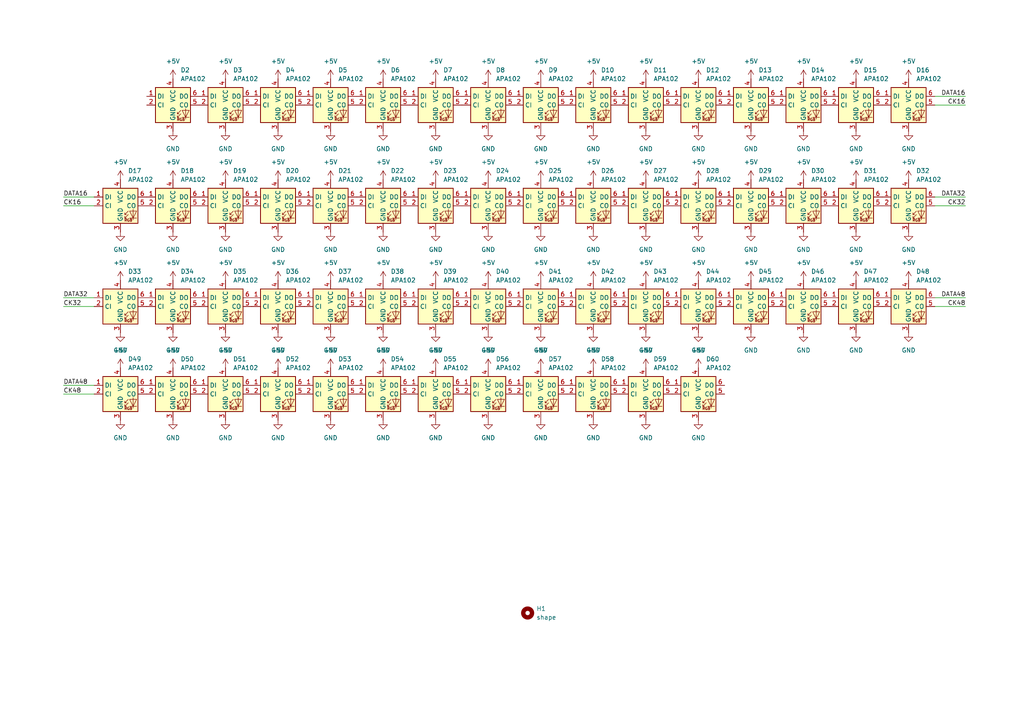
<source format=kicad_sch>
(kicad_sch (version 20230121) (generator eeschema)
  (paper "A4")
  (lib_symbols
    (symbol "LED:APA102"
      (property "Reference" "D" (at 5.08 5.715 0))
      (property "Value" "APA102" (at 1.27 -5.715 0))
      (symbol "APA102_0_0"
        (text "RGB" (at 2.286 -4.191 0) (effects (font (size 0.762 0.762))))
      )
      (symbol "APA102_0_1"
        (polyline (pts (xy 1.27 -3.556) (xy 1.778 -3.556)))
        (polyline (pts (xy 1.27 -2.54) (xy 1.778 -2.54)))
        (polyline (pts (xy 4.699 -3.556) (xy 2.667 -3.556)))
        (polyline (pts (xy 2.286 -2.54) (xy 1.27 -3.556) (xy 1.27 -3.048)))
        (polyline (pts (xy 2.286 -1.524) (xy 1.27 -2.54) (xy 1.27 -2.032)))
        (polyline (pts (xy 3.683 -1.016) (xy 3.683 -3.556) (xy 3.683 -4.064)))
        (polyline (pts (xy 4.699 -1.524) (xy 2.667 -1.524) (xy 3.683 -3.556) (xy 4.699 -1.524)))
        (rectangle (start 5.08 5.08) (end -5.08 -5.08) (stroke (width 0.254)) (fill (type background)))
      )
      (symbol "APA102_1_1"
        (pin input line (at -7.62 2.54 0) (length 2.54) (name "DI") (number "1"))
        (pin input line (at -7.62 0 0) (length 2.54) (name "CI") (number "2"))
        (pin power_in line (at 0 -7.62 90) (length 2.54) (name "GND") (number "3"))
        (pin power_in line (at 0 7.62 270) (length 2.54) (name "VCC") (number "4"))
        (pin output line (at 7.62 0 180) (length 2.54) (name "CO") (number "5"))
        (pin output line (at 7.62 2.54 180) (length 2.54) (name "DO") (number "6"))
      )
    )
    (symbol "Mechanical:MountingHole" (pin_names (offset 1.016))
      (property "Reference" "H" (at 0 5.08 0))
      (property "Value" "MountingHole" (at 0 3.175 0))
      (symbol "MountingHole_0_1"
        (circle (center 0 0) (radius 1.27) (stroke (width 1.27)))
      )
    )
    (symbol "power:+5V" (power) (pin_names (offset 0))
      (property "Value" "+5V" (at 0 3.556 0))
      (symbol "+5V_0_1"
        (polyline (pts (xy -0.762 1.27) (xy 0 2.54)))
        (polyline (pts (xy 0 0) (xy 0 2.54)))
        (polyline (pts (xy 0 2.54) (xy 0.762 1.27)))
      )
      (symbol "+5V_1_1"
        (pin power_in line (at 0 0 90) (length 0) hide (name "+5V") (number "1"))
      )
    )
    (symbol "power:GND" (power) (pin_names (offset 0))
      (property "Value" "GND" (at 0 -3.81 0))
      (symbol "GND_0_1"
        (polyline (pts (xy 0 0) (xy 0 -1.27) (xy 1.27 -1.27) (xy 0 -2.54) (xy -1.27 -1.27) (xy 0 -1.27)))
      )
      (symbol "GND_1_1"
        (pin power_in line (at 0 0 270) (length 0) hide (name "GND") (number "1"))
      )
    )
  )
  (wire (pts (xy 271.145 59.69) (xy 280.035 59.69)))
  (wire (pts (xy 271.145 57.15) (xy 280.035 57.15)))
  (wire (pts (xy 27.305 88.9) (xy 18.415 88.9)))
  (wire (pts (xy 271.145 86.36) (xy 280.035 86.36)))
  (wire (pts (xy 271.145 30.48) (xy 280.035 30.48)))
  (wire (pts (xy 27.305 86.36) (xy 18.415 86.36)))
  (wire (pts (xy 271.145 27.94) (xy 280.035 27.94)))
  (wire (pts (xy 27.305 59.69) (xy 18.415 59.69)))
  (wire (pts (xy 27.305 57.15) (xy 18.415 57.15)))
  (wire (pts (xy 271.145 88.9) (xy 280.035 88.9)))
  (wire (pts (xy 27.305 111.76) (xy 18.415 111.76)))
  (wire (pts (xy 27.305 114.3) (xy 18.415 114.3)))
  (label "CK32" (at 18.415 88.9 0))
  (label "DATA48" (at 280.035 86.36 180))
  (label "DATA16" (at 280.035 27.94 180))
  (label "CK16" (at 18.415 59.69 0))
  (label "CK48" (at 280.035 88.9 180))
  (label "CK48" (at 18.415 114.3 0))
  (label "CK32" (at 280.035 59.69 180))
  (label "DATA16" (at 18.415 57.15 0))
  (label "CK16" (at 280.035 30.48 180))
  (label "DATA32" (at 18.415 86.36 0))
  (label "DATA32" (at 280.035 57.15 180))
  (label "DATA48" (at 18.415 111.76 0))
  (symbol (lib_id "power:GND") (at 233.045 38.1 0) (unit 1)
    (property "Reference" "#PWR028" (effects hide))
    (property "Value" "GND" (at 233.045 43.18 0))
  )
  (symbol (lib_id "power:+5V") (at 156.845 52.07 0) (unit 1)
    (property "Reference" "#PWR049" (effects hide))
    (property "Value" "+5V" (at 156.845 46.99 0))
  )
  (symbol (lib_id "power:+5V") (at 172.085 22.86 0) (unit 1)
    (property "Reference" "#PWR019" (effects hide))
    (property "Value" "+5V" (at 172.085 17.78 0))
  )
  (symbol (lib_id "LED:APA102") (at 141.605 114.3 0) (unit 1)
    (property "Reference" "D56" (at 143.7991 104.14 0) (effects (justify left)))
    (property "Value" "APA102" (at 143.7991 106.68 0) (effects (justify left)))
    (property "Footprint" "LED_SMD:LED_RGB_5050-6" (effects hide))
    (property "Datasheet" "http://www.led-color.com/upload/201506/APA102%20LED.pdf" (effects hide))
  )
  (symbol (lib_id "power:GND") (at 126.365 67.31 0) (unit 1)
    (property "Reference" "#PWR046" (effects hide))
    (property "Value" "GND" (at 126.365 72.39 0))
  )
  (symbol (lib_id "LED:APA102") (at 95.885 88.9 0) (unit 1)
    (property "Reference" "D37" (at 98.0791 78.74 0) (effects (justify left)))
    (property "Value" "APA102" (at 98.0791 81.28 0) (effects (justify left)))
    (property "Footprint" "LED_SMD:LED_RGB_5050-6" (effects hide))
    (property "Datasheet" "http://www.led-color.com/upload/201506/APA102%20LED.pdf" (effects hide))
  )
  (symbol (lib_id "power:+5V") (at 50.165 106.68 0) (unit 1)
    (property "Reference" "#PWR099" (effects hide))
    (property "Value" "+5V" (at 50.165 101.6 0))
  )
  (symbol (lib_id "LED:APA102") (at 172.085 30.48 0) (unit 1)
    (property "Reference" "D10" (at 174.2791 20.32 0) (effects (justify left)))
    (property "Value" "APA102" (at 174.2791 22.86 0) (effects (justify left)))
    (property "Footprint" "LED_SMD:LED_RGB_5050-6" (effects hide))
    (property "Datasheet" "http://www.led-color.com/upload/201506/APA102%20LED.pdf" (effects hide))
  )
  (symbol (lib_id "power:GND") (at 141.605 121.92 0) (unit 1)
    (property "Reference" "#PWR0112" (effects hide))
    (property "Value" "GND" (at 141.605 127 0))
  )
  (symbol (lib_id "power:GND") (at 34.925 96.52 0) (unit 1)
    (property "Reference" "#PWR066" (effects hide))
    (property "Value" "GND" (at 34.925 101.6 0))
  )
  (symbol (lib_id "power:+5V") (at 156.845 22.86 0) (unit 1)
    (property "Reference" "#PWR017" (effects hide))
    (property "Value" "+5V" (at 156.845 17.78 0))
  )
  (symbol (lib_id "power:+5V") (at 50.165 81.28 0) (unit 1)
    (property "Reference" "#PWR067" (effects hide))
    (property "Value" "+5V" (at 50.165 76.2 0))
  )
  (symbol (lib_id "power:+5V") (at 111.125 81.28 0) (unit 1)
    (property "Reference" "#PWR075" (effects hide))
    (property "Value" "+5V" (at 111.125 76.2 0))
  )
  (symbol (lib_id "power:+5V") (at 50.165 22.86 0) (unit 1)
    (property "Reference" "#PWR03" (effects hide))
    (property "Value" "+5V" (at 50.165 17.78 0))
  )
  (symbol (lib_id "power:+5V") (at 50.165 52.07 0) (unit 1)
    (property "Reference" "#PWR035" (effects hide))
    (property "Value" "+5V" (at 50.165 46.99 0))
  )
  (symbol (lib_id "LED:APA102") (at 141.605 88.9 0) (unit 1)
    (property "Reference" "D40" (at 143.7991 78.74 0) (effects (justify left)))
    (property "Value" "APA102" (at 143.7991 81.28 0) (effects (justify left)))
    (property "Footprint" "LED_SMD:LED_RGB_5050-6" (effects hide))
    (property "Datasheet" "http://www.led-color.com/upload/201506/APA102%20LED.pdf" (effects hide))
  )
  (symbol (lib_id "power:+5V") (at 65.405 22.86 0) (unit 1)
    (property "Reference" "#PWR05" (effects hide))
    (property "Value" "+5V" (at 65.405 17.78 0))
  )
  (symbol (lib_id "LED:APA102") (at 263.525 30.48 0) (unit 1)
    (property "Reference" "D16" (at 265.7191 20.32 0) (effects (justify left)))
    (property "Value" "APA102" (at 265.7191 22.86 0) (effects (justify left)))
    (property "Footprint" "LED_SMD:LED_RGB_5050-6" (effects hide))
    (property "Datasheet" "http://www.led-color.com/upload/201506/APA102%20LED.pdf" (effects hide))
  )
  (symbol (lib_id "power:GND") (at 187.325 121.92 0) (unit 1)
    (property "Reference" "#PWR0118" (effects hide))
    (property "Value" "GND" (at 187.325 127 0))
  )
  (symbol (lib_id "LED:APA102") (at 111.125 59.69 0) (unit 1)
    (property "Reference" "D22" (at 113.3191 49.53 0) (effects (justify left)))
    (property "Value" "APA102" (at 113.3191 52.07 0) (effects (justify left)))
    (property "Footprint" "LED_SMD:LED_RGB_5050-6" (effects hide))
    (property "Datasheet" "http://www.led-color.com/upload/201506/APA102%20LED.pdf" (effects hide))
  )
  (symbol (lib_id "power:GND") (at 80.645 121.92 0) (unit 1)
    (property "Reference" "#PWR0104" (effects hide))
    (property "Value" "GND" (at 80.645 127 0))
  )
  (symbol (lib_id "power:+5V") (at 187.325 81.28 0) (unit 1)
    (property "Reference" "#PWR085" (effects hide))
    (property "Value" "+5V" (at 187.325 76.2 0))
  )
  (symbol (lib_id "power:+5V") (at 233.045 52.07 0) (unit 1)
    (property "Reference" "#PWR059" (effects hide))
    (property "Value" "+5V" (at 233.045 46.99 0))
  )
  (symbol (lib_id "power:+5V") (at 65.405 52.07 0) (unit 1)
    (property "Reference" "#PWR037" (effects hide))
    (property "Value" "+5V" (at 65.405 46.99 0))
  )
  (symbol (lib_id "power:+5V") (at 141.605 22.86 0) (unit 1)
    (property "Reference" "#PWR015" (effects hide))
    (property "Value" "+5V" (at 141.605 17.78 0))
  )
  (symbol (lib_id "power:+5V") (at 95.885 52.07 0) (unit 1)
    (property "Reference" "#PWR041" (effects hide))
    (property "Value" "+5V" (at 95.885 46.99 0))
  )
  (symbol (lib_id "LED:APA102") (at 141.605 30.48 0) (unit 1)
    (property "Reference" "D8" (at 143.7991 20.32 0) (effects (justify left)))
    (property "Value" "APA102" (at 143.7991 22.86 0) (effects (justify left)))
    (property "Footprint" "LED_SMD:LED_RGB_5050-6" (effects hide))
    (property "Datasheet" "http://www.led-color.com/upload/201506/APA102%20LED.pdf" (effects hide))
  )
  (symbol (lib_id "power:GND") (at 202.565 67.31 0) (unit 1)
    (property "Reference" "#PWR056" (effects hide))
    (property "Value" "GND" (at 202.565 72.39 0))
  )
  (symbol (lib_id "LED:APA102") (at 65.405 114.3 0) (unit 1)
    (property "Reference" "D51" (at 67.5991 104.14 0) (effects (justify left)))
    (property "Value" "APA102" (at 67.5991 106.68 0) (effects (justify left)))
    (property "Footprint" "LED_SMD:LED_RGB_5050-6" (effects hide))
    (property "Datasheet" "http://www.led-color.com/upload/201506/APA102%20LED.pdf" (effects hide))
  )
  (symbol (lib_id "LED:APA102") (at 65.405 88.9 0) (unit 1)
    (property "Reference" "D35" (at 67.5991 78.74 0) (effects (justify left)))
    (property "Value" "APA102" (at 67.5991 81.28 0) (effects (justify left)))
    (property "Footprint" "LED_SMD:LED_RGB_5050-6" (effects hide))
    (property "Datasheet" "http://www.led-color.com/upload/201506/APA102%20LED.pdf" (effects hide))
  )
  (symbol (lib_id "power:+5V") (at 126.365 81.28 0) (unit 1)
    (property "Reference" "#PWR077" (effects hide))
    (property "Value" "+5V" (at 126.365 76.2 0))
  )
  (symbol (lib_id "power:+5V") (at 95.885 81.28 0) (unit 1)
    (property "Reference" "#PWR073" (effects hide))
    (property "Value" "+5V" (at 95.885 76.2 0))
  )
  (symbol (lib_id "power:GND") (at 141.605 38.1 0) (unit 1)
    (property "Reference" "#PWR016" (effects hide))
    (property "Value" "GND" (at 141.605 43.18 0))
  )
  (symbol (lib_id "power:GND") (at 187.325 67.31 0) (unit 1)
    (property "Reference" "#PWR054" (effects hide))
    (property "Value" "GND" (at 187.325 72.39 0))
  )
  (symbol (lib_id "power:+5V") (at 263.525 22.86 0) (unit 1)
    (property "Reference" "#PWR031" (effects hide))
    (property "Value" "+5V" (at 263.525 17.78 0))
  )
  (symbol (lib_id "LED:APA102") (at 156.845 114.3 0) (unit 1)
    (property "Reference" "D57" (at 159.0391 104.14 0) (effects (justify left)))
    (property "Value" "APA102" (at 159.0391 106.68 0) (effects (justify left)))
    (property "Footprint" "LED_SMD:LED_RGB_5050-6" (effects hide))
    (property "Datasheet" "http://www.led-color.com/upload/201506/APA102%20LED.pdf" (effects hide))
  )
  (symbol (lib_id "power:GND") (at 65.405 38.1 0) (unit 1)
    (property "Reference" "#PWR06" (effects hide))
    (property "Value" "GND" (at 65.405 43.18 0))
  )
  (symbol (lib_id "power:GND") (at 65.405 67.31 0) (unit 1)
    (property "Reference" "#PWR038" (effects hide))
    (property "Value" "GND" (at 65.405 72.39 0))
  )
  (symbol (lib_id "LED:APA102") (at 248.285 30.48 0) (unit 1)
    (property "Reference" "D15" (at 250.4791 20.32 0) (effects (justify left)))
    (property "Value" "APA102" (at 250.4791 22.86 0) (effects (justify left)))
    (property "Footprint" "LED_SMD:LED_RGB_5050-6" (effects hide))
    (property "Datasheet" "http://www.led-color.com/upload/201506/APA102%20LED.pdf" (effects hide))
  )
  (symbol (lib_id "power:+5V") (at 126.365 106.68 0) (unit 1)
    (property "Reference" "#PWR0109" (effects hide))
    (property "Value" "+5V" (at 126.365 101.6 0))
  )
  (symbol (lib_id "power:+5V") (at 80.645 81.28 0) (unit 1)
    (property "Reference" "#PWR071" (effects hide))
    (property "Value" "+5V" (at 80.645 76.2 0))
  )
  (symbol (lib_id "power:+5V") (at 34.925 106.68 0) (unit 1)
    (property "Reference" "#PWR097" (effects hide))
    (property "Value" "+5V" (at 34.925 101.6 0))
  )
  (symbol (lib_id "LED:APA102") (at 187.325 88.9 0) (unit 1)
    (property "Reference" "D43" (at 189.5191 78.74 0) (effects (justify left)))
    (property "Value" "APA102" (at 189.5191 81.28 0) (effects (justify left)))
    (property "Footprint" "LED_SMD:LED_RGB_5050-6" (effects hide))
    (property "Datasheet" "http://www.led-color.com/upload/201506/APA102%20LED.pdf" (effects hide))
  )
  (symbol (lib_id "LED:APA102") (at 172.085 114.3 0) (unit 1)
    (property "Reference" "D58" (at 174.2791 104.14 0) (effects (justify left)))
    (property "Value" "APA102" (at 174.2791 106.68 0) (effects (justify left)))
    (property "Footprint" "LED_SMD:LED_RGB_5050-6" (effects hide))
    (property "Datasheet" "http://www.led-color.com/upload/201506/APA102%20LED.pdf" (effects hide))
  )
  (symbol (lib_id "power:+5V") (at 80.645 106.68 0) (unit 1)
    (property "Reference" "#PWR0103" (effects hide))
    (property "Value" "+5V" (at 80.645 101.6 0))
  )
  (symbol (lib_id "LED:APA102") (at 187.325 59.69 0) (unit 1)
    (property "Reference" "D27" (at 189.5191 49.53 0) (effects (justify left)))
    (property "Value" "APA102" (at 189.5191 52.07 0) (effects (justify left)))
    (property "Footprint" "LED_SMD:LED_RGB_5050-6" (effects hide))
    (property "Datasheet" "http://www.led-color.com/upload/201506/APA102%20LED.pdf" (effects hide))
  )
  (symbol (lib_id "power:+5V") (at 248.285 22.86 0) (unit 1)
    (property "Reference" "#PWR029" (effects hide))
    (property "Value" "+5V" (at 248.285 17.78 0))
  )
  (symbol (lib_id "LED:APA102") (at 111.125 114.3 0) (unit 1)
    (property "Reference" "D54" (at 113.3191 104.14 0) (effects (justify left)))
    (property "Value" "APA102" (at 113.3191 106.68 0) (effects (justify left)))
    (property "Footprint" "LED_SMD:LED_RGB_5050-6" (effects hide))
    (property "Datasheet" "http://www.led-color.com/upload/201506/APA102%20LED.pdf" (effects hide))
  )
  (symbol (lib_id "power:GND") (at 80.645 67.31 0) (unit 1)
    (property "Reference" "#PWR040" (effects hide))
    (property "Value" "GND" (at 80.645 72.39 0))
  )
  (symbol (lib_id "LED:APA102") (at 126.365 88.9 0) (unit 1)
    (property "Reference" "D39" (at 128.5591 78.74 0) (effects (justify left)))
    (property "Value" "APA102" (at 128.5591 81.28 0) (effects (justify left)))
    (property "Footprint" "LED_SMD:LED_RGB_5050-6" (effects hide))
    (property "Datasheet" "http://www.led-color.com/upload/201506/APA102%20LED.pdf" (effects hide))
  )
  (symbol (lib_id "power:GND") (at 202.565 38.1 0) (unit 1)
    (property "Reference" "#PWR024" (effects hide))
    (property "Value" "GND" (at 202.565 43.18 0))
  )
  (symbol (lib_id "LED:APA102") (at 217.805 30.48 0) (unit 1)
    (property "Reference" "D13" (at 219.9991 20.32 0) (effects (justify left)))
    (property "Value" "APA102" (at 219.9991 22.86 0) (effects (justify left)))
    (property "Footprint" "LED_SMD:LED_RGB_5050-6" (effects hide))
    (property "Datasheet" "http://www.led-color.com/upload/201506/APA102%20LED.pdf" (effects hide))
  )
  (symbol (lib_id "power:GND") (at 95.885 96.52 0) (unit 1)
    (property "Reference" "#PWR074" (effects hide))
    (property "Value" "GND" (at 95.885 101.6 0))
  )
  (symbol (lib_id "power:+5V") (at 233.045 81.28 0) (unit 1)
    (property "Reference" "#PWR091" (effects hide))
    (property "Value" "+5V" (at 233.045 76.2 0))
  )
  (symbol (lib_id "power:GND") (at 65.405 96.52 0) (unit 1)
    (property "Reference" "#PWR070" (effects hide))
    (property "Value" "GND" (at 65.405 101.6 0))
  )
  (symbol (lib_id "LED:APA102") (at 111.125 30.48 0) (unit 1)
    (property "Reference" "D6" (at 113.3191 20.32 0) (effects (justify left)))
    (property "Value" "APA102" (at 113.3191 22.86 0) (effects (justify left)))
    (property "Footprint" "LED_SMD:LED_RGB_5050-6" (effects hide))
    (property "Datasheet" "http://www.led-color.com/upload/201506/APA102%20LED.pdf" (effects hide))
  )
  (symbol (lib_id "LED:APA102") (at 65.405 59.69 0) (unit 1)
    (property "Reference" "D19" (at 67.5991 49.53 0) (effects (justify left)))
    (property "Value" "APA102" (at 67.5991 52.07 0) (effects (justify left)))
    (property "Footprint" "LED_SMD:LED_RGB_5050-6" (effects hide))
    (property "Datasheet" "http://www.led-color.com/upload/201506/APA102%20LED.pdf" (effects hide))
  )
  (symbol (lib_id "power:+5V") (at 156.845 106.68 0) (unit 1)
    (property "Reference" "#PWR0113" (effects hide))
    (property "Value" "+5V" (at 156.845 101.6 0))
  )
  (symbol (lib_id "power:GND") (at 111.125 121.92 0) (unit 1)
    (property "Reference" "#PWR0108" (effects hide))
    (property "Value" "GND" (at 111.125 127 0))
  )
  (symbol (lib_id "power:GND") (at 172.085 38.1 0) (unit 1)
    (property "Reference" "#PWR020" (effects hide))
    (property "Value" "GND" (at 172.085 43.18 0))
  )
  (symbol (lib_id "power:GND") (at 202.565 121.92 0) (unit 1)
    (property "Reference" "#PWR0120" (effects hide))
    (property "Value" "GND" (at 202.565 127 0))
  )
  (symbol (lib_id "power:GND") (at 156.845 38.1 0) (unit 1)
    (property "Reference" "#PWR018" (effects hide))
    (property "Value" "GND" (at 156.845 43.18 0))
  )
  (symbol (lib_id "LED:APA102") (at 80.645 88.9 0) (unit 1)
    (property "Reference" "D36" (at 82.8391 78.74 0) (effects (justify left)))
    (property "Value" "APA102" (at 82.8391 81.28 0) (effects (justify left)))
    (property "Footprint" "LED_SMD:LED_RGB_5050-6" (effects hide))
    (property "Datasheet" "http://www.led-color.com/upload/201506/APA102%20LED.pdf" (effects hide))
  )
  (symbol (lib_id "LED:APA102") (at 34.925 88.9 0) (unit 1)
    (property "Reference" "D33" (at 37.1191 78.74 0) (effects (justify left)))
    (property "Value" "APA102" (at 37.1191 81.28 0) (effects (justify left)))
    (property "Footprint" "LED_SMD:LED_RGB_5050-6" (effects hide))
    (property "Datasheet" "http://www.led-color.com/upload/201506/APA102%20LED.pdf" (effects hide))
  )
  (symbol (lib_id "power:+5V") (at 187.325 22.86 0) (unit 1)
    (property "Reference" "#PWR021" (effects hide))
    (property "Value" "+5V" (at 187.325 17.78 0))
  )
  (symbol (lib_id "power:GND") (at 217.805 38.1 0) (unit 1)
    (property "Reference" "#PWR026" (effects hide))
    (property "Value" "GND" (at 217.805 43.18 0))
  )
  (symbol (lib_id "power:GND") (at 248.285 96.52 0) (unit 1)
    (property "Reference" "#PWR094" (effects hide))
    (property "Value" "GND" (at 248.285 101.6 0))
  )
  (symbol (lib_id "power:+5V") (at 80.645 52.07 0) (unit 1)
    (property "Reference" "#PWR039" (effects hide))
    (property "Value" "+5V" (at 80.645 46.99 0))
  )
  (symbol (lib_id "power:GND") (at 187.325 38.1 0) (unit 1)
    (property "Reference" "#PWR022" (effects hide))
    (property "Value" "GND" (at 187.325 43.18 0))
  )
  (symbol (lib_id "LED:APA102") (at 80.645 59.69 0) (unit 1)
    (property "Reference" "D20" (at 82.8391 49.53 0) (effects (justify left)))
    (property "Value" "APA102" (at 82.8391 52.07 0) (effects (justify left)))
    (property "Footprint" "LED_SMD:LED_RGB_5050-6" (effects hide))
    (property "Datasheet" "http://www.led-color.com/upload/201506/APA102%20LED.pdf" (effects hide))
  )
  (symbol (lib_id "power:GND") (at 202.565 96.52 0) (unit 1)
    (property "Reference" "#PWR088" (effects hide))
    (property "Value" "GND" (at 202.565 101.6 0))
  )
  (symbol (lib_id "power:GND") (at 263.525 67.31 0) (unit 1)
    (property "Reference" "#PWR064" (effects hide))
    (property "Value" "GND" (at 263.525 72.39 0))
  )
  (symbol (lib_id "power:+5V") (at 187.325 52.07 0) (unit 1)
    (property "Reference" "#PWR053" (effects hide))
    (property "Value" "+5V" (at 187.325 46.99 0))
  )
  (symbol (lib_id "power:GND") (at 233.045 67.31 0) (unit 1)
    (property "Reference" "#PWR060" (effects hide))
    (property "Value" "GND" (at 233.045 72.39 0))
  )
  (symbol (lib_id "power:+5V") (at 156.845 81.28 0) (unit 1)
    (property "Reference" "#PWR081" (effects hide))
    (property "Value" "+5V" (at 156.845 76.2 0))
  )
  (symbol (lib_id "LED:APA102") (at 233.045 30.48 0) (unit 1)
    (property "Reference" "D14" (at 235.2391 20.32 0) (effects (justify left)))
    (property "Value" "APA102" (at 235.2391 22.86 0) (effects (justify left)))
    (property "Footprint" "LED_SMD:LED_RGB_5050-6" (effects hide))
    (property "Datasheet" "http://www.led-color.com/upload/201506/APA102%20LED.pdf" (effects hide))
  )
  (symbol (lib_id "power:GND") (at 80.645 96.52 0) (unit 1)
    (property "Reference" "#PWR072" (effects hide))
    (property "Value" "GND" (at 80.645 101.6 0))
  )
  (symbol (lib_id "power:+5V") (at 95.885 106.68 0) (unit 1)
    (property "Reference" "#PWR0105" (effects hide))
    (property "Value" "+5V" (at 95.885 101.6 0))
  )
  (symbol (lib_id "power:+5V") (at 111.125 52.07 0) (unit 1)
    (property "Reference" "#PWR043" (effects hide))
    (property "Value" "+5V" (at 111.125 46.99 0))
  )
  (symbol (lib_id "LED:APA102") (at 263.525 59.69 0) (unit 1)
    (property "Reference" "D32" (at 265.7191 49.53 0) (effects (justify left)))
    (property "Value" "APA102" (at 265.7191 52.07 0) (effects (justify left)))
    (property "Footprint" "LED_SMD:LED_RGB_5050-6" (effects hide))
    (property "Datasheet" "http://www.led-color.com/upload/201506/APA102%20LED.pdf" (effects hide))
  )
  (symbol (lib_id "LED:APA102") (at 80.645 30.48 0) (unit 1)
    (property "Reference" "D4" (at 82.8391 20.32 0) (effects (justify left)))
    (property "Value" "APA102" (at 82.8391 22.86 0) (effects (justify left)))
    (property "Footprint" "LED_SMD:LED_RGB_5050-6" (effects hide))
    (property "Datasheet" "http://www.led-color.com/upload/201506/APA102%20LED.pdf" (effects hide))
  )
  (symbol (lib_id "LED:APA102") (at 95.885 114.3 0) (unit 1)
    (property "Reference" "D53" (at 98.0791 104.14 0) (effects (justify left)))
    (property "Value" "APA102" (at 98.0791 106.68 0) (effects (justify left)))
    (property "Footprint" "LED_SMD:LED_RGB_5050-6" (effects hide))
    (property "Datasheet" "http://www.led-color.com/upload/201506/APA102%20LED.pdf" (effects hide))
  )
  (symbol (lib_id "power:GND") (at 50.165 121.92 0) (unit 1)
    (property "Reference" "#PWR0100" (effects hide))
    (property "Value" "GND" (at 50.165 127 0))
  )
  (symbol (lib_id "power:GND") (at 95.885 67.31 0) (unit 1)
    (property "Reference" "#PWR042" (effects hide))
    (property "Value" "GND" (at 95.885 72.39 0))
  )
  (symbol (lib_id "LED:APA102") (at 233.045 59.69 0) (unit 1)
    (property "Reference" "D30" (at 235.2391 49.53 0) (effects (justify left)))
    (property "Value" "APA102" (at 235.2391 52.07 0) (effects (justify left)))
    (property "Footprint" "LED_SMD:LED_RGB_5050-6" (effects hide))
    (property "Datasheet" "http://www.led-color.com/upload/201506/APA102%20LED.pdf" (effects hide))
  )
  (symbol (lib_id "LED:APA102") (at 156.845 30.48 0) (unit 1)
    (property "Reference" "D9" (at 159.0391 20.32 0) (effects (justify left)))
    (property "Value" "APA102" (at 159.0391 22.86 0) (effects (justify left)))
    (property "Footprint" "LED_SMD:LED_RGB_5050-6" (effects hide))
    (property "Datasheet" "http://www.led-color.com/upload/201506/APA102%20LED.pdf" (effects hide))
  )
  (symbol (lib_id "power:GND") (at 141.605 67.31 0) (unit 1)
    (property "Reference" "#PWR048" (effects hide))
    (property "Value" "GND" (at 141.605 72.39 0))
  )
  (symbol (lib_id "LED:APA102") (at 50.165 59.69 0) (unit 1)
    (property "Reference" "D18" (at 52.3591 49.53 0) (effects (justify left)))
    (property "Value" "APA102" (at 52.3591 52.07 0) (effects (justify left)))
    (property "Footprint" "LED_SMD:LED_RGB_5050-6" (effects hide))
    (property "Datasheet" "http://www.led-color.com/upload/201506/APA102%20LED.pdf" (effects hide))
  )
  (symbol (lib_id "power:+5V") (at 111.125 106.68 0) (unit 1)
    (property "Reference" "#PWR0107" (effects hide))
    (property "Value" "+5V" (at 111.125 101.6 0))
  )
  (symbol (lib_id "power:+5V") (at 217.805 81.28 0) (unit 1)
    (property "Reference" "#PWR089" (effects hide))
    (property "Value" "+5V" (at 217.805 76.2 0))
  )
  (symbol (lib_id "power:GND") (at 187.325 96.52 0) (unit 1)
    (property "Reference" "#PWR086" (effects hide))
    (property "Value" "GND" (at 187.325 101.6 0))
  )
  (symbol (lib_id "power:GND") (at 111.125 38.1 0) (unit 1)
    (property "Reference" "#PWR012" (effects hide))
    (property "Value" "GND" (at 111.125 43.18 0))
  )
  (symbol (lib_id "power:+5V") (at 172.085 81.28 0) (unit 1)
    (property "Reference" "#PWR083" (effects hide))
    (property "Value" "+5V" (at 172.085 76.2 0))
  )
  (symbol (lib_id "power:GND") (at 50.165 67.31 0) (unit 1)
    (property "Reference" "#PWR036" (effects hide))
    (property "Value" "GND" (at 50.165 72.39 0))
  )
  (symbol (lib_id "power:+5V") (at 172.085 52.07 0) (unit 1)
    (property "Reference" "#PWR051" (effects hide))
    (property "Value" "+5V" (at 172.085 46.99 0))
  )
  (symbol (lib_id "power:+5V") (at 263.525 52.07 0) (unit 1)
    (property "Reference" "#PWR063" (effects hide))
    (property "Value" "+5V" (at 263.525 46.99 0))
  )
  (symbol (lib_id "power:+5V") (at 34.925 52.07 0) (unit 1)
    (property "Reference" "#PWR033" (effects hide))
    (property "Value" "+5V" (at 34.925 46.99 0))
  )
  (symbol (lib_id "power:+5V") (at 95.885 22.86 0) (unit 1)
    (property "Reference" "#PWR09" (effects hide))
    (property "Value" "+5V" (at 95.885 17.78 0))
  )
  (symbol (lib_id "power:+5V") (at 202.565 81.28 0) (unit 1)
    (property "Reference" "#PWR087" (effects hide))
    (property "Value" "+5V" (at 202.565 76.2 0))
  )
  (symbol (lib_id "power:+5V") (at 141.605 106.68 0) (unit 1)
    (property "Reference" "#PWR0111" (effects hide))
    (property "Value" "+5V" (at 141.605 101.6 0))
  )
  (symbol (lib_id "power:+5V") (at 202.565 52.07 0) (unit 1)
    (property "Reference" "#PWR055" (effects hide))
    (property "Value" "+5V" (at 202.565 46.99 0))
  )
  (symbol (lib_id "LED:APA102") (at 233.045 88.9 0) (unit 1)
    (property "Reference" "D46" (at 235.2391 78.74 0) (effects (justify left)))
    (property "Value" "APA102" (at 235.2391 81.28 0) (effects (justify left)))
    (property "Footprint" "LED_SMD:LED_RGB_5050-6" (effects hide))
    (property "Datasheet" "http://www.led-color.com/upload/201506/APA102%20LED.pdf" (effects hide))
  )
  (symbol (lib_id "power:GND") (at 263.525 38.1 0) (unit 1)
    (property "Reference" "#PWR032" (effects hide))
    (property "Value" "GND" (at 263.525 43.18 0))
  )
  (symbol (lib_id "power:GND") (at 65.405 121.92 0) (unit 1)
    (property "Reference" "#PWR0102" (effects hide))
    (property "Value" "GND" (at 65.405 127 0))
  )
  (symbol (lib_id "LED:APA102") (at 34.925 114.3 0) (unit 1)
    (property "Reference" "D49" (at 37.1191 104.14 0) (effects (justify left)))
    (property "Value" "APA102" (at 37.1191 106.68 0) (effects (justify left)))
    (property "Footprint" "LED_SMD:LED_RGB_5050-6" (effects hide))
    (property "Datasheet" "http://www.led-color.com/upload/201506/APA102%20LED.pdf" (effects hide))
  )
  (symbol (lib_id "LED:APA102") (at 34.925 59.69 0) (unit 1)
    (property "Reference" "D17" (at 37.1191 49.53 0) (effects (justify left)))
    (property "Value" "APA102" (at 37.1191 52.07 0) (effects (justify left)))
    (property "Footprint" "LED_SMD:LED_RGB_5050-6" (effects hide))
    (property "Datasheet" "http://www.led-color.com/upload/201506/APA102%20LED.pdf" (effects hide))
  )
  (symbol (lib_id "LED:APA102") (at 111.125 88.9 0) (unit 1)
    (property "Reference" "D38" (at 113.3191 78.74 0) (effects (justify left)))
    (property "Value" "APA102" (at 113.3191 81.28 0) (effects (justify left)))
    (property "Footprint" "LED_SMD:LED_RGB_5050-6" (effects hide))
    (property "Datasheet" "http://www.led-color.com/upload/201506/APA102%20LED.pdf" (effects hide))
  )
  (symbol (lib_id "LED:APA102") (at 141.605 59.69 0) (unit 1)
    (property "Reference" "D24" (at 143.7991 49.53 0) (effects (justify left)))
    (property "Value" "APA102" (at 143.7991 52.07 0) (effects (justify left)))
    (property "Footprint" "LED_SMD:LED_RGB_5050-6" (effects hide))
    (property "Datasheet" "http://www.led-color.com/upload/201506/APA102%20LED.pdf" (effects hide))
  )
  (symbol (lib_id "power:GND") (at 126.365 96.52 0) (unit 1)
    (property "Reference" "#PWR078" (effects hide))
    (property "Value" "GND" (at 126.365 101.6 0))
  )
  (symbol (lib_id "LED:APA102") (at 248.285 88.9 0) (unit 1)
    (property "Reference" "D47" (at 250.4791 78.74 0) (effects (justify left)))
    (property "Value" "APA102" (at 250.4791 81.28 0) (effects (justify left)))
    (property "Footprint" "LED_SMD:LED_RGB_5050-6" (effects hide))
    (property "Datasheet" "http://www.led-color.com/upload/201506/APA102%20LED.pdf" (effects hide))
  )
  (symbol (lib_id "LED:APA102") (at 172.085 88.9 0) (unit 1)
    (property "Reference" "D42" (at 174.2791 78.74 0) (effects (justify left)))
    (property "Value" "APA102" (at 174.2791 81.28 0) (effects (justify left)))
    (property "Footprint" "LED_SMD:LED_RGB_5050-6" (effects hide))
    (property "Datasheet" "http://www.led-color.com/upload/201506/APA102%20LED.pdf" (effects hide))
  )
  (symbol (lib_id "power:GND") (at 80.645 38.1 0) (unit 1)
    (property "Reference" "#PWR08" (effects hide))
    (property "Value" "GND" (at 80.645 43.18 0))
  )
  (symbol (lib_id "LED:APA102") (at 95.885 59.69 0) (unit 1)
    (property "Reference" "D21" (at 98.0791 49.53 0) (effects (justify left)))
    (property "Value" "APA102" (at 98.0791 52.07 0) (effects (justify left)))
    (property "Footprint" "LED_SMD:LED_RGB_5050-6" (effects hide))
    (property "Datasheet" "http://www.led-color.com/upload/201506/APA102%20LED.pdf" (effects hide))
  )
  (symbol (lib_id "power:GND") (at 50.165 38.1 0) (unit 1)
    (property "Reference" "#PWR04" (effects hide))
    (property "Value" "GND" (at 50.165 43.18 0))
  )
  (symbol (lib_id "power:+5V") (at 233.045 22.86 0) (unit 1)
    (property "Reference" "#PWR027" (effects hide))
    (property "Value" "+5V" (at 233.045 17.78 0))
  )
  (symbol (lib_id "power:GND") (at 111.125 67.31 0) (unit 1)
    (property "Reference" "#PWR044" (effects hide))
    (property "Value" "GND" (at 111.125 72.39 0))
  )
  (symbol (lib_id "power:+5V") (at 126.365 52.07 0) (unit 1)
    (property "Reference" "#PWR045" (effects hide))
    (property "Value" "+5V" (at 126.365 46.99 0))
  )
  (symbol (lib_id "power:GND") (at 172.085 96.52 0) (unit 1)
    (property "Reference" "#PWR084" (effects hide))
    (property "Value" "GND" (at 172.085 101.6 0))
  )
  (symbol (lib_id "power:GND") (at 156.845 121.92 0) (unit 1)
    (property "Reference" "#PWR0114" (effects hide))
    (property "Value" "GND" (at 156.845 127 0))
  )
  (symbol (lib_id "power:+5V") (at 65.405 106.68 0) (unit 1)
    (property "Reference" "#PWR0101" (effects hide))
    (property "Value" "+5V" (at 65.405 101.6 0))
  )
  (symbol (lib_id "power:GND") (at 156.845 96.52 0) (unit 1)
    (property "Reference" "#PWR082" (effects hide))
    (property "Value" "GND" (at 156.845 101.6 0))
  )
  (symbol (lib_id "power:+5V") (at 141.605 52.07 0) (unit 1)
    (property "Reference" "#PWR047" (effects hide))
    (property "Value" "+5V" (at 141.605 46.99 0))
  )
  (symbol (lib_id "power:GND") (at 50.165 96.52 0) (unit 1)
    (property "Reference" "#PWR068" (effects hide))
    (property "Value" "GND" (at 50.165 101.6 0))
  )
  (symbol (lib_id "power:+5V") (at 126.365 22.86 0) (unit 1)
    (property "Reference" "#PWR013" (effects hide))
    (property "Value" "+5V" (at 126.365 17.78 0))
  )
  (symbol (lib_id "power:GND") (at 263.525 96.52 0) (unit 1)
    (property "Reference" "#PWR096" (effects hide))
    (property "Value" "GND" (at 263.525 101.6 0))
  )
  (symbol (lib_id "power:+5V") (at 80.645 22.86 0) (unit 1)
    (property "Reference" "#PWR07" (effects hide))
    (property "Value" "+5V" (at 80.645 17.78 0))
  )
  (symbol (lib_id "power:+5V") (at 202.565 106.68 0) (unit 1)
    (property "Reference" "#PWR0119" (effects hide))
    (property "Value" "+5V" (at 202.565 101.6 0))
  )
  (symbol (lib_id "LED:APA102") (at 126.365 59.69 0) (unit 1)
    (property "Reference" "D23" (at 128.5591 49.53 0) (effects (justify left)))
    (property "Value" "APA102" (at 128.5591 52.07 0) (effects (justify left)))
    (property "Footprint" "LED_SMD:LED_RGB_5050-6" (effects hide))
    (property "Datasheet" "http://www.led-color.com/upload/201506/APA102%20LED.pdf" (effects hide))
  )
  (symbol (lib_id "LED:APA102") (at 248.285 59.69 0) (unit 1)
    (property "Reference" "D31" (at 250.4791 49.53 0) (effects (justify left)))
    (property "Value" "APA102" (at 250.4791 52.07 0) (effects (justify left)))
    (property "Footprint" "LED_SMD:LED_RGB_5050-6" (effects hide))
    (property "Datasheet" "http://www.led-color.com/upload/201506/APA102%20LED.pdf" (effects hide))
  )
  (symbol (lib_id "LED:APA102") (at 126.365 30.48 0) (unit 1)
    (property "Reference" "D7" (at 128.5591 20.32 0) (effects (justify left)))
    (property "Value" "APA102" (at 128.5591 22.86 0) (effects (justify left)))
    (property "Footprint" "LED_SMD:LED_RGB_5050-6" (effects hide))
    (property "Datasheet" "http://www.led-color.com/upload/201506/APA102%20LED.pdf" (effects hide))
  )
  (symbol (lib_id "LED:APA102") (at 217.805 59.69 0) (unit 1)
    (property "Reference" "D29" (at 219.9991 49.53 0) (effects (justify left)))
    (property "Value" "APA102" (at 219.9991 52.07 0) (effects (justify left)))
    (property "Footprint" "LED_SMD:LED_RGB_5050-6" (effects hide))
    (property "Datasheet" "http://www.led-color.com/upload/201506/APA102%20LED.pdf" (effects hide))
  )
  (symbol (lib_id "LED:APA102") (at 50.165 88.9 0) (unit 1)
    (property "Reference" "D34" (at 52.3591 78.74 0) (effects (justify left)))
    (property "Value" "APA102" (at 52.3591 81.28 0) (effects (justify left)))
    (property "Footprint" "LED_SMD:LED_RGB_5050-6" (effects hide))
    (property "Datasheet" "http://www.led-color.com/upload/201506/APA102%20LED.pdf" (effects hide))
  )
  (symbol (lib_id "power:GND") (at 126.365 121.92 0) (unit 1)
    (property "Reference" "#PWR0110" (effects hide))
    (property "Value" "GND" (at 126.365 127 0))
  )
  (symbol (lib_id "LED:APA102") (at 202.565 59.69 0) (unit 1)
    (property "Reference" "D28" (at 204.7591 49.53 0) (effects (justify left)))
    (property "Value" "APA102" (at 204.7591 52.07 0) (effects (justify left)))
    (property "Footprint" "LED_SMD:LED_RGB_5050-6" (effects hide))
    (property "Datasheet" "http://www.led-color.com/upload/201506/APA102%20LED.pdf" (effects hide))
  )
  (symbol (lib_id "power:GND") (at 34.925 121.92 0) (unit 1)
    (property "Reference" "#PWR098" (effects hide))
    (property "Value" "GND" (at 34.925 127 0))
  )
  (symbol (lib_id "power:GND") (at 95.885 121.92 0) (unit 1)
    (property "Reference" "#PWR0106" (effects hide))
    (property "Value" "GND" (at 95.885 127 0))
  )
  (symbol (lib_id "LED:APA102") (at 202.565 30.48 0) (unit 1)
    (property "Reference" "D12" (at 204.7591 20.32 0) (effects (justify left)))
    (property "Value" "APA102" (at 204.7591 22.86 0) (effects (justify left)))
    (property "Footprint" "LED_SMD:LED_RGB_5050-6" (effects hide))
    (property "Datasheet" "http://www.led-color.com/upload/201506/APA102%20LED.pdf" (effects hide))
  )
  (symbol (lib_id "power:+5V") (at 217.805 22.86 0) (unit 1)
    (property "Reference" "#PWR025" (effects hide))
    (property "Value" "+5V" (at 217.805 17.78 0))
  )
  (symbol (lib_id "LED:APA102") (at 263.525 88.9 0) (unit 1)
    (property "Reference" "D48" (at 265.7191 78.74 0) (effects (justify left)))
    (property "Value" "APA102" (at 265.7191 81.28 0) (effects (justify left)))
    (property "Footprint" "LED_SMD:LED_RGB_5050-6" (effects hide))
    (property "Datasheet" "http://www.led-color.com/upload/201506/APA102%20LED.pdf" (effects hide))
  )
  (symbol (lib_id "power:GND") (at 141.605 96.52 0) (unit 1)
    (property "Reference" "#PWR080" (effects hide))
    (property "Value" "GND" (at 141.605 101.6 0))
  )
  (symbol (lib_id "LED:APA102") (at 187.325 114.3 0) (unit 1)
    (property "Reference" "D59" (at 189.5191 104.14 0) (effects (justify left)))
    (property "Value" "APA102" (at 189.5191 106.68 0) (effects (justify left)))
    (property "Footprint" "LED_SMD:LED_RGB_5050-6" (effects hide))
    (property "Datasheet" "http://www.led-color.com/upload/201506/APA102%20LED.pdf" (effects hide))
  )
  (symbol (lib_id "power:+5V") (at 248.285 52.07 0) (unit 1)
    (property "Reference" "#PWR061" (effects hide))
    (property "Value" "+5V" (at 248.285 46.99 0))
  )
  (symbol (lib_id "power:+5V") (at 263.525 81.28 0) (unit 1)
    (property "Reference" "#PWR095" (effects hide))
    (property "Value" "+5V" (at 263.525 76.2 0))
  )
  (symbol (lib_id "power:+5V") (at 172.085 106.68 0) (unit 1)
    (property "Reference" "#PWR0115" (effects hide))
    (property "Value" "+5V" (at 172.085 101.6 0))
  )
  (symbol (lib_id "Mechanical:MountingHole") (at 153.035 177.8 0) (unit 1)
    (property "Reference" "H1" (at 155.575 176.53 0) (effects (justify left)))
    (property "Value" "shape" (at 155.575 179.07 0) (effects (justify left)))
    (property "Footprint" "additional:blinker_shape" (effects hide))
  )
  (symbol (lib_id "power:GND") (at 217.805 67.31 0) (unit 1)
    (property "Reference" "#PWR058" (effects hide))
    (property "Value" "GND" (at 217.805 72.39 0))
  )
  (symbol (lib_id "LED:APA102") (at 217.805 88.9 0) (unit 1)
    (property "Reference" "D45" (at 219.9991 78.74 0) (effects (justify left)))
    (property "Value" "APA102" (at 219.9991 81.28 0) (effects (justify left)))
    (property "Footprint" "LED_SMD:LED_RGB_5050-6" (effects hide))
    (property "Datasheet" "http://www.led-color.com/upload/201506/APA102%20LED.pdf" (effects hide))
  )
  (symbol (lib_id "power:GND") (at 34.925 67.31 0) (unit 1)
    (property "Reference" "#PWR034" (effects hide))
    (property "Value" "GND" (at 34.925 72.39 0))
  )
  (symbol (lib_id "LED:APA102") (at 95.885 30.48 0) (unit 1)
    (property "Reference" "D5" (at 98.0791 20.32 0) (effects (justify left)))
    (property "Value" "APA102" (at 98.0791 22.86 0) (effects (justify left)))
    (property "Footprint" "LED_SMD:LED_RGB_5050-6" (effects hide))
    (property "Datasheet" "http://www.led-color.com/upload/201506/APA102%20LED.pdf" (effects hide))
  )
  (symbol (lib_id "LED:APA102") (at 187.325 30.48 0) (unit 1)
    (property "Reference" "D11" (at 189.5191 20.32 0) (effects (justify left)))
    (property "Value" "APA102" (at 189.5191 22.86 0) (effects (justify left)))
    (property "Footprint" "LED_SMD:LED_RGB_5050-6" (effects hide))
    (property "Datasheet" "http://www.led-color.com/upload/201506/APA102%20LED.pdf" (effects hide))
  )
  (symbol (lib_id "power:GND") (at 248.285 67.31 0) (unit 1)
    (property "Reference" "#PWR062" (effects hide))
    (property "Value" "GND" (at 248.285 72.39 0))
  )
  (symbol (lib_id "power:GND") (at 126.365 38.1 0) (unit 1)
    (property "Reference" "#PWR014" (effects hide))
    (property "Value" "GND" (at 126.365 43.18 0))
  )
  (symbol (lib_id "LED:APA102") (at 202.565 114.3 0) (unit 1)
    (property "Reference" "D60" (at 204.7591 104.14 0) (effects (justify left)))
    (property "Value" "APA102" (at 204.7591 106.68 0) (effects (justify left)))
    (property "Footprint" "LED_SMD:LED_RGB_5050-6" (effects hide))
    (property "Datasheet" "http://www.led-color.com/upload/201506/APA102%20LED.pdf" (effects hide))
  )
  (symbol (lib_id "power:+5V") (at 187.325 106.68 0) (unit 1)
    (property "Reference" "#PWR0117" (effects hide))
    (property "Value" "+5V" (at 187.325 101.6 0))
  )
  (symbol (lib_id "power:+5V") (at 202.565 22.86 0) (unit 1)
    (property "Reference" "#PWR023" (effects hide))
    (property "Value" "+5V" (at 202.565 17.78 0))
  )
  (symbol (lib_id "LED:APA102") (at 126.365 114.3 0) (unit 1)
    (property "Reference" "D55" (at 128.5591 104.14 0) (effects (justify left)))
    (property "Value" "APA102" (at 128.5591 106.68 0) (effects (justify left)))
    (property "Footprint" "LED_SMD:LED_RGB_5050-6" (effects hide))
    (property "Datasheet" "http://www.led-color.com/upload/201506/APA102%20LED.pdf" (effects hide))
  )
  (symbol (lib_id "LED:APA102") (at 65.405 30.48 0) (unit 1)
    (property "Reference" "D3" (at 67.5991 20.32 0) (effects (justify left)))
    (property "Value" "APA102" (at 67.5991 22.86 0) (effects (justify left)))
    (property "Footprint" "LED_SMD:LED_RGB_5050-6" (effects hide))
    (property "Datasheet" "http://www.led-color.com/upload/201506/APA102%20LED.pdf" (effects hide))
  )
  (symbol (lib_id "power:GND") (at 95.885 38.1 0) (unit 1)
    (property "Reference" "#PWR010" (effects hide))
    (property "Value" "GND" (at 95.885 43.18 0))
  )
  (symbol (lib_id "LED:APA102") (at 156.845 59.69 0) (unit 1)
    (property "Reference" "D25" (at 159.0391 49.53 0) (effects (justify left)))
    (property "Value" "APA102" (at 159.0391 52.07 0) (effects (justify left)))
    (property "Footprint" "LED_SMD:LED_RGB_5050-6" (effects hide))
    (property "Datasheet" "http://www.led-color.com/upload/201506/APA102%20LED.pdf" (effects hide))
  )
  (symbol (lib_id "power:GND") (at 248.285 38.1 0) (unit 1)
    (property "Reference" "#PWR030" (effects hide))
    (property "Value" "GND" (at 248.285 43.18 0))
  )
  (symbol (lib_id "power:+5V") (at 141.605 81.28 0) (unit 1)
    (property "Reference" "#PWR079" (effects hide))
    (property "Value" "+5V" (at 141.605 76.2 0))
  )
  (symbol (lib_id "LED:APA102") (at 80.645 114.3 0) (unit 1)
    (property "Reference" "D52" (at 82.8391 104.14 0) (effects (justify left)))
    (property "Value" "APA102" (at 82.8391 106.68 0) (effects (justify left)))
    (property "Footprint" "LED_SMD:LED_RGB_5050-6" (effects hide))
    (property "Datasheet" "http://www.led-color.com/upload/201506/APA102%20LED.pdf" (effects hide))
  )
  (symbol (lib_id "power:+5V") (at 111.125 22.86 0) (unit 1)
    (property "Reference" "#PWR011" (effects hide))
    (property "Value" "+5V" (at 111.125 17.78 0))
  )
  (symbol (lib_id "power:+5V") (at 34.925 81.28 0) (unit 1)
    (property "Reference" "#PWR065" (effects hide))
    (property "Value" "+5V" (at 34.925 76.2 0))
  )
  (symbol (lib_id "power:GND") (at 233.045 96.52 0) (unit 1)
    (property "Reference" "#PWR092" (effects hide))
    (property "Value" "GND" (at 233.045 101.6 0))
  )
  (symbol (lib_id "LED:APA102") (at 50.165 114.3 0) (unit 1)
    (property "Reference" "D50" (at 52.3591 104.14 0) (effects (justify left)))
    (property "Value" "APA102" (at 52.3591 106.68 0) (effects (justify left)))
    (property "Footprint" "LED_SMD:LED_RGB_5050-6" (effects hide))
    (property "Datasheet" "http://www.led-color.com/upload/201506/APA102%20LED.pdf" (effects hide))
  )
  (symbol (lib_id "power:+5V") (at 217.805 52.07 0) (unit 1)
    (property "Reference" "#PWR057" (effects hide))
    (property "Value" "+5V" (at 217.805 46.99 0))
  )
  (symbol (lib_id "LED:APA102") (at 172.085 59.69 0) (unit 1)
    (property "Reference" "D26" (at 174.2791 49.53 0) (effects (justify left)))
    (property "Value" "APA102" (at 174.2791 52.07 0) (effects (justify left)))
    (property "Footprint" "LED_SMD:LED_RGB_5050-6" (effects hide))
    (property "Datasheet" "http://www.led-color.com/upload/201506/APA102%20LED.pdf" (effects hide))
  )
  (symbol (lib_id "power:GND") (at 172.085 121.92 0) (unit 1)
    (property "Reference" "#PWR0116" (effects hide))
    (property "Value" "GND" (at 172.085 127 0))
  )
  (symbol (lib_id "power:+5V") (at 248.285 81.28 0) (unit 1)
    (property "Reference" "#PWR093" (effects hide))
    (property "Value" "+5V" (at 248.285 76.2 0))
  )
  (symbol (lib_id "power:GND") (at 172.085 67.31 0) (unit 1)
    (property "Reference" "#PWR052" (effects hide))
    (property "Value" "GND" (at 172.085 72.39 0))
  )
  (symbol (lib_id "LED:APA102") (at 50.165 30.48 0) (unit 1)
    (property "Reference" "D2" (at 52.3591 20.32 0) (effects (justify left)))
    (property "Value" "APA102" (at 52.3591 22.86 0) (effects (justify left)))
    (property "Footprint" "LED_SMD:LED_RGB_5050-6" (effects hide))
    (property "Datasheet" "http://www.led-color.com/upload/201506/APA102%20LED.pdf" (effects hide))
  )
  (symbol (lib_id "LED:APA102") (at 156.845 88.9 0) (unit 1)
    (property "Reference" "D41" (at 159.0391 78.74 0) (effects (justify left)))
    (property "Value" "APA102" (at 159.0391 81.28 0) (effects (justify left)))
    (property "Footprint" "LED_SMD:LED_RGB_5050-6" (effects hide))
    (property "Datasheet" "http://www.led-color.com/upload/201506/APA102%20LED.pdf" (effects hide))
  )
  (symbol (lib_id "power:GND") (at 217.805 96.52 0) (unit 1)
    (property "Reference" "#PWR090" (effects hide))
    (property "Value" "GND" (at 217.805 101.6 0))
  )
  (symbol (lib_id "power:+5V") (at 65.405 81.28 0) (unit 1)
    (property "Reference" "#PWR069" (effects hide))
    (property "Value" "+5V" (at 65.405 76.2 0))
  )
  (symbol (lib_id "power:GND") (at 156.845 67.31 0) (unit 1)
    (property "Reference" "#PWR050" (effects hide))
    (property "Value" "GND" (at 156.845 72.39 0))
  )
  (symbol (lib_id "power:GND") (at 111.125 96.52 0) (unit 1)
    (property "Reference" "#PWR076" (effects hide))
    (property "Value" "GND" (at 111.125 101.6 0))
  )
  (symbol (lib_id "LED:APA102") (at 202.565 88.9 0) (unit 1)
    (property "Reference" "D44" (at 204.7591 78.74 0) (effects (justify left)))
    (property "Value" "APA102" (at 204.7591 81.28 0) (effects (justify left)))
    (property "Footprint" "LED_SMD:LED_RGB_5050-6" (effects hide))
    (property "Datasheet" "http://www.led-color.com/upload/201506/APA102%20LED.pdf" (effects hide))
  )
)
</source>
